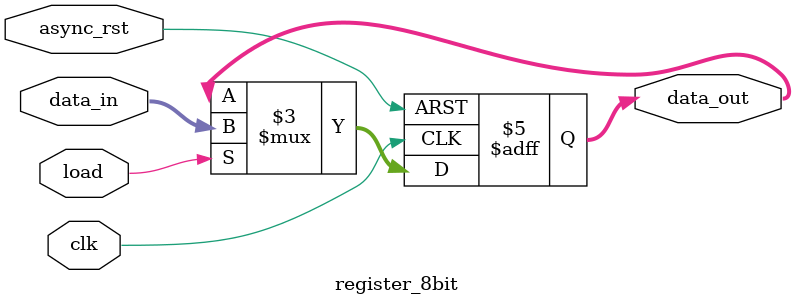
<source format=v>
`timescale 1ns / 1ps
module register_8bit (
    input            clk,      // System Clock
    input            async_rst, // Synchronous Reset (Active High)
    input            load,     // Load Enable
    input      [7:0] data_in,  // 8-bit Data Input
    output reg [7:0] data_out  // 8-bit Data Output
);

    // Synchronous logic: triggers only on the rising edge of clk
    always @(posedge clk or negedge async_rst) begin
        if (!async_rst) begin
            // Reset the register to zero
            data_out <= 8'b00000000;
        end 
        else if (load) begin
            // Load new data if enable is high
            data_out <= data_in;
        end
        // If neither reset nor load is high, data_out remains unchanged
    end

endmodule

</source>
